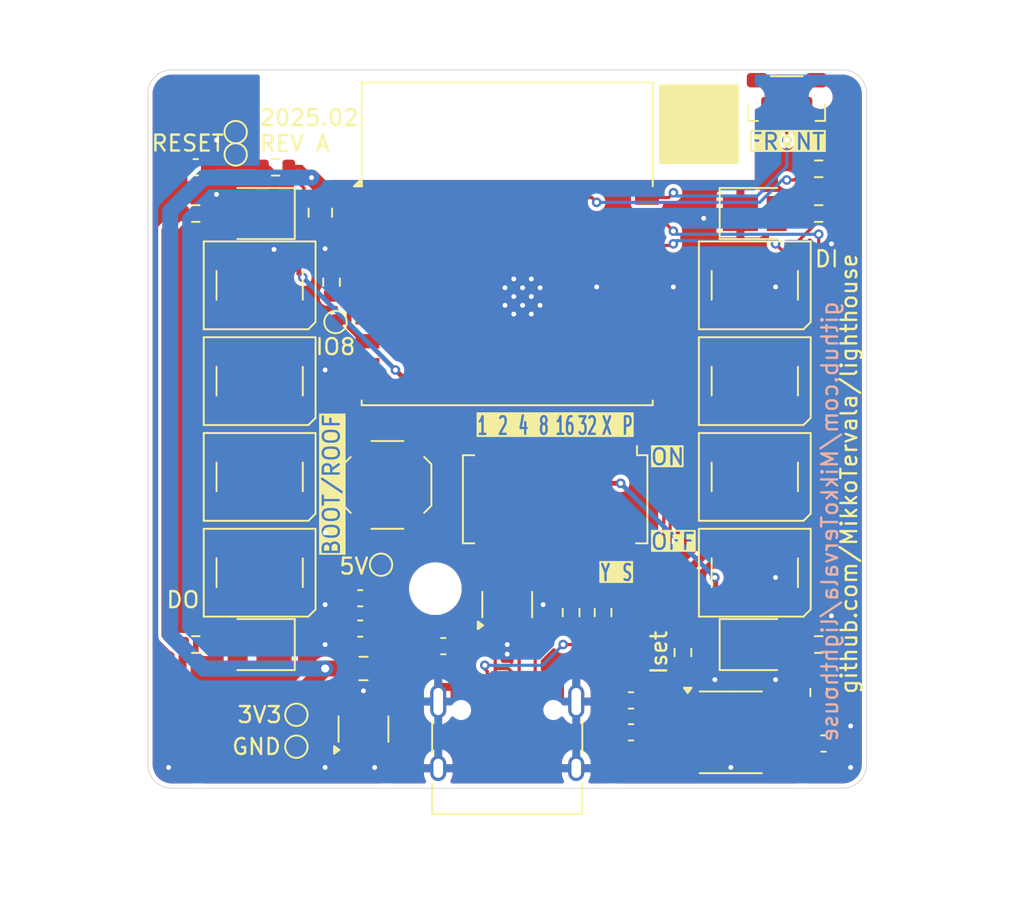
<source format=kicad_pcb>
(kicad_pcb (version 20240108) (generator "pcbnew") (generator_version "8.0")
  (layers (0 "F.Cu" signal) (31 "B.Cu" signal) (34 "B.Paste" user) (35 "F.Paste" user) (36 "B.SilkS" user "B.Silkscreen") (37 "F.SilkS" user "F.Silkscreen") (38 "B.Mask" user) (39 "F.Mask" user) (44 "Edge.Cuts" user))
  (net 0 "")
  (net 1 "GND")
  (net 2 "/EN")
  (net 3 "+5V")
  (net 4 "Net-(C7-Pad1)")
  (net 5 "GPIO8")
  (net 6 "Net-(D3-DOUT)")
  (net 7 "Net-(D4-DOUT)")
  (net 8 "Net-(D5-DOUT)")
  (net 9 "Net-(D2-DIN)")
  (net 10 "Net-(D7-A)")
  (net 11 "Net-(D8-A)")
  (net 12 "Net-(D9-A)")
  (net 13 "Net-(D10-A)")
  (net 14 "Net-(J1-CC1)")
  (net 16 "Net-(J1-CC2)")
  (net 18 "GPIO2")
  (net 19 "+3V3")
  (net 20 "Net-(U2-ISET)")
  (net 21 "/BOOT")
  (net 22 "GPIO10")
  (net 23 "GPIO4")
  (net 24 "GPIO0")
  (net 25 "GPIO6")
  (net 26 "GPIO5")
  (net 27 "GPIO1")
  (net 28 "GPIO3")
  (net 29 "USB_D-")
  (net 30 "USB_D+")
  (net 31 "RX{slash}20")
  (net 32 "TX{slash}21")
  (net 33 "GPIO7")
  (net 36 "/D+")
  (net 37 "/D-")
  (net 38 "Net-(D11-DIN)")
  (net 39 "Net-(D11-DOUT)")
  (net 40 "Net-(D12-DOUT)")
  (footprint "LED_SMD:LED_WS2812B_PLCC4_5.0x5.0mm_P3.2mm" (layer "F.Cu") (at 107 81.5)
    (property "Reference" "D13" (hide yes))
    (property "Value" "WS2812B")
  )
  (footprint "TestPoint:TestPoint_Pad_D1.0mm" (layer "F.Cu") (at 105.5 53.9)
    (property "Reference" "TP5" (hide yes))
    (property "Value" "GND" (hide yes))
  )
  (footprint "lighthouse_footprints:LED_PLCC_2835" (layer "F.Cu") (at 107 59 180)
    (property "Reference" "D10" (hide yes))
    (property "Value" "LED 0.5W 3000k")
  )
  (footprint "Resistor_SMD:R_0603_1608Metric" (layer "F.Cu") (at 108 56.1 180)
    (property "Reference" "R2" (hide yes))
    (property "Value" "10k")
  )
  (footprint "Package_SO:SOIC-8-1EP_3.9x4.9mm_P1.27mm_EP2.41x3.3mm" (layer "F.Cu") (at 136.5 91.5)
    (property "Reference" "U2" (hide yes))
    (property "Value" "CN5711")
  )
  (footprint "Package_TO_SOT_SMD:SOT-23-5" (layer "F.Cu") (at 113.5 91.3 90)
    (property "Reference" "U3" (hide yes))
    (property "Value" "AP2112K-3.3")
  )
  (footprint "lighthouse_footprints:SW_Push_1P1T_XKB_TS-1187A" (layer "F.Cu") (at 115 76 90)
    (property "Reference" "SW1" (hide yes))
    (property "Value" "BOOT/ROOF")
  )
  (footprint "lighthouse_footprints:MountingHole_2.7mm_M2.5" (layer "F.Cu") (at 118 82.5)
    (property "Reference" "H4" (hide yes))
    (property "Value" "MountingHole M2.5")
  )
  (footprint "Capacitor_SMD:C_0603_1608Metric" (layer "F.Cu") (at 130.25 91.5 180)
    (property "Reference" "C8" (hide yes))
    (property "Value" "2.2µf")
  )
  (footprint "Capacitor_SMD:C_0603_1608Metric" (layer "F.Cu") (at 142.3 92.2)
    (property "Reference" "C7" (hide yes))
    (property "Value" "220nf")
  )
  (footprint "LED_SMD:LED_WS2812B_PLCC4_5.0x5.0mm_P3.2mm" (layer "F.Cu") (at 138 75.5)
    (property "Reference" "D5" (hide yes))
    (property "Value" "WS2812B")
  )
  (footprint "Capacitor_SMD:C_0603_1608Metric" (layer "F.Cu") (at 103 56.1)
    (property "Reference" "C1" (hide yes))
    (property "Value" "1µF")
  )
  (footprint "lighthouse_footprints:LED_PLCC_2835" (layer "F.Cu") (at 138 86)
    (property "Reference" "D8" (hide yes))
    (property "Value" "LED 0.5W 3000k")
  )
  (footprint "Resistor_SMD:R_0603_1608Metric" (layer "F.Cu") (at 126.5 84 -90)
    (property "Reference" "R6" (hide yes))
    (property "Value" "5.1k")
  )
  (footprint "lighthouse_footprints:LED_PLCC_2835" (layer "F.Cu") (at 138 59)
    (property "Reference" "D7" (hide yes))
    (property "Value" "LED 0.5W 3000k")
  )
  (footprint "TestPoint:TestPoint_Pad_D1.0mm" (layer "F.Cu") (at 109.3 92.4)
    (property "Reference" "TP1" (hide yes))
    (property "Value" "GND")
  )
  (footprint "lighthouse_footprints:LED_PLCC_2835" (layer "F.Cu") (at 107 86 180)
    (property "Reference" "D9" (hide yes))
    (property "Value" "LED 0.5W 3000k")
  )
  (footprint "Resistor_SMD:R_0603_1608Metric" (layer "F.Cu") (at 133.5 86.5 90)
    (property "Reference" "R11" (hide yes))
    (property "Value" "3k")
  )
  (footprint "Capacitor_SMD:C_0805_2012Metric" (layer "F.Cu") (at 110.8 58.95 -90)
    (property "Reference" "C3" (hide yes))
    (property "Value" "10µf")
  )
  (footprint "Button_Switch_SMD:SW_DIP_SPSTx08_Slide_Copal_CHS-08A_W5.08mm_P1.27mm_JPin" (layer "F.Cu") (at 125.5 76.9 -90)
    (property "Reference" "SW4" (hide yes))
    (property "Value" "SW_DIP_x08")
  )
  (footprint "Capacitor_SMD:C_0603_1608Metric" (layer "F.Cu") (at 113.3 83.1 180)
    (property "Reference" "C4" (hide yes))
    (property "Value" "2.2µf")
  )
  (footprint "LED_SMD:LED_WS2812B_PLCC4_5.0x5.0mm_P3.2mm" (layer "F.Cu") (at 107 75.5)
    (property "Reference" "D12" (hide yes))
    (property "Value" "WS2812B")
  )
  (footprint "TestPoint:TestPoint_Pad_D1.0mm" (layer "F.Cu") (at 109.3 90.4 180)
    (property "Reference" "TP2" (hide yes))
    (property "Value" "3V3")
  )
  (footprint "Resistor_SMD:R_0603_1608Metric" (layer "F.Cu") (at 128.5 84 90)
    (property "Reference" "R5" (hide yes))
    (property "Value" "5.1k")
  )
  (footprint "Capacitor_SMD:C_0603_1608Metric" (layer "F.Cu") (at 113.3 85 180)
    (property "Reference" "C5" (hide yes))
    (property "Value" "2.2µf")
  )
  (footprint "LED_SMD:LED_WS2812B_PLCC4_5.0x5.0mm_P3.2mm" (layer "F.Cu") (at 107 63.5)
    (property "Reference" "D2" (hide yes))
    (property "Value" "WS2812B")
  )
  (footprint "Capacitor_SMD:C_0603_1608Metric" (layer "F.Cu") (at 130.25 89.5 180)
    (property "Reference" "C9" (hide yes))
    (property "Value" "2.2µf")
  )
  (footprint "TestPoint:TestPoint_Pad_D1.0mm" (layer "F.Cu") (at 114.6 81)
    (property "Reference" "TP6" (hide yes))
    (property "Value" "5V")
  )
  (footprint "LED_SMD:LED_WS2812B_PLCC4_5.0x5.0mm_P3.2mm" (layer "F.Cu") (at 107 69.5)
    (property "Reference" "D11" (hide yes))
    (property "Value" "WS2812B")
  )
  (footprint "LED_SMD:LED_WS2812B_PLCC4_5.0x5.0mm_P3.2mm" (layer "F.Cu") (at 138 69.5)
    (property "Reference" "D4" (hide yes))
    (property "Value" "WS2812B")
  )
  (footprint "Resistor_SMD:R_0603_1608Metric" (layer "F.Cu") (at 142 89 90)
    (property "Reference" "R13" (hide yes))
    (property "Value" "10k")
  )
  (footprint "lighthouse_footprints:SW_Push_1P1T-MP_NO_Horizontal_Alps_SKRTLAE010" (layer "F.Cu") (at 140 51.7 180)
    (property "Reference" "SW3" (hide yes))
    (property "Value" "FRONT")
  )
  (footprint "TestPoint:TestPoint_Pad_D1.0mm" (layer "F.Cu") (at 111.75 65.8)
    (property "Reference" "TP4" (hide yes))
    (property "Value" "IO8")
  )
  (footprint "Package_TO_SOT_SMD:SOT-23-6" (layer "F.Cu") (at 122.5 83.5 90)
    (property "Reference" "U4" (hide yes))
    (property "Value" "USBLC6-2SC6")
  )
  (footprint "LED_SMD:LED_WS2812B_PLCC4_5.0x5.0mm_P3.2mm" (layer "F.Cu") (at 138 81.5)
    (property "Reference" "D6" (hide yes))
    (property "Value" "WS2812B")
  )
  (footprint "Resistor_SMD:R_0603_1608Metric" (layer "F.Cu") (at 103 59 180)
    (property "Reference" "R10" (hide yes))
    (property "Value" "2")
  )
  (footprint "Capacitor_SMD:C_0805_2012Metric" (layer "F.Cu") (at 113.5 87.5)
    (property "Reference" "C6" (hide yes))
    (property "Value" "10µf")
  )
  (footprint "LED_SMD:LED_WS2812B_PLCC4_5.0x5.0mm_P3.2mm" (layer "F.Cu") (at 138 63.5)
    (property "Reference" "D3" (hide yes))
    (property "Value" "WS2812B")
  )
  (footprint "lighthouse_footprints:TestPoint_Pad_D1.0mm_no_court" (layer "F.Cu") (at 105.5 55.3)
    (property "Reference" "TP3" (hide yes))
    (property "Value" "RESET")
  )
  (footprint "Resistor_SMD:R_0603_1608Metric" (layer "F.Cu") (at 111.5 63.3 -90)
    (property "Reference" "R1" (hide yes))
    (property "Value" "10k")
  )
  (footprint "Resistor_SMD:R_0603_1608Metric" (layer "F.Cu") (at 142 56.2 180)
    (property "Reference" "R3" (hide yes))
    (property "Value" "10k")
  )
  (footprint "Resistor_SMD:R_0603_1608Metric" (layer "F.Cu") (at 103 86 180)
    (property "Reference" "R9" (hide yes))
    (property "Value" "2")
  )
  (footprint "Resistor_SMD:R_0603_1608Metric" (layer "F.Cu") (at 142 59)
    (property "Reference" "R7" (hide yes))
    (property "Value" "2")
  )
  (footprint "lighthouse_footprints:ESP32-C3-WROOM-02" (layer "F.Cu") (at 122.5 64)
    (property "Reference" "U1" (hide yes))
    (property "Value" "ESP32-C3-WROOM-02")
  )
  (footprint "Capacitor_SMD:C_0603_1608Metric" (layer "F.Cu") (at 118.5 86.1 180)
    (property "Reference" "C10" (hide yes))
    (property "Value" "220nf")
  )
  (footprint "lighthouse_footprints:USB_C_Receptacle_HRO_TYPE-C-31-M-12" (layer "F.Cu") (at 122.5 92.7)
    (property "Reference" "J1" (hide yes))
    (property "Value" "USB_C_Receptacle_USB2.0")
  )
  (footprint "Resistor_SMD:R_0603_1608Metric" (layer "F.Cu") (at 142 86)
    (property "Reference" "R8" (hide yes))
    (property "Value" "2")
  )
  (gr_arc (start 145 93.5) (mid 144.56066 94.56066) (end 143.5 95) (stroke (width 0.05)) (layer "Edge.Cuts"))
  (gr_line (start 101.5 50) (end 143.5 50) (stroke (width 0.05)) (layer "Edge.Cuts"))
  (gr_line (start 143.5 95) (end 101.5 95) (stroke (width 0.05)) (layer "Edge.Cuts"))
  (gr_arc (start 101.5 95) (mid 100.43934 94.56066) (end 100 93.5) (stroke (width 0.05)) (layer "Edge.Cuts"))
  (gr_line (start 100 93.5) (end 100 51.5) (stroke (width 0.05)) (layer "Edge.Cuts"))
  (gr_line (start 145 51.5) (end 145 93.5) (stroke (width 0.05)) (layer "Edge.Cuts"))
  (gr_arc (start 100 51.5) (mid 100.43934 50.43934) (end 101.5 50) (stroke (width 0.05)) (layer "Edge.Cuts"))
  (gr_arc (start 143.5 50) (mid 144.56066 50.43934) (end 145 51.5) (stroke (width 0.05)) (layer "Edge.Cuts"))
  (gr_text "github.com/MikkoTervala/lighthouse" (at 142.7 78.3 90) (layer "B.SilkS") (effects (font (size 1 1)) (justify mirror)))
  (gr_text "1  2  4  8    16  32   X  P" (at 125.5 72.3 0) (layer "F.SilkS" knockout) (effects (font (size 1.1 0.61) (thickness 0.15) (bold yes))))
  (gr_text "DO" (at 102.2 83.2 0) (layer "F.SilkS") (effects (font (size 1 1))))
  (gr_text "OFF" (at 131.4 79.55 0) (layer "F.SilkS" knockout) (effects (font (size 1 1)) (justify left)))
  (gr_text "ON" (at 131.4 74.25 0) (layer "F.SilkS" knockout) (effects (font (size 1 1)) (justify left)))
  (gr_text "2025.02\nREV A" (at 106.9 55.2 0) (layer "F.SilkS") (effects (font (size 1 1)) (justify left bottom)))
  (gr_text "github.com/MikkoTervala/lighthouse" (at 143.9 75.3 90) (layer "F.SilkS") (effects (font (size 1 1))))
  (gr_text "DI" (at 142.5 61.85 0) (layer "F.SilkS") (effects (font (size 1 1))))
  (gr_text "Y   S" (at 129.35 81.5 0) (layer "F.SilkS" knockout) (effects (font (size 1 0.61))))
  (segment (start 122.5 83.975001) (end 122.975001 83.5) (width 0.3) (layer "F.Cu") (net 1))
  (segment (start 141.125 52.5) (end 141.125 51.175) (width 0.5) (layer "F.Cu") (net 1))
  (segment (start 141.225 52.6) (end 141.125 52.5) (width 0.5) (layer "F.Cu") (net 1))
  (segment (start 138.875 52.5) (end 138.875 51.285786) (width 0.5) (layer "F.Cu") (net 1))
  (segment (start 141.125 51.175) (end 141.65 50.65) (width 0.5) (layer "F.Cu") (net 1))
  (segment (start 141.65 50.65) (end 141.85 50.65) (width 0.5) (layer "F.Cu") (net 1))
  (segment (start 122.5 84.6375) (end 122.5 83.975001) (width 0.3) (layer "F.Cu") (net 1))
  (segment (start 122.975001 83.5) (end 124.25 83.5) (width 0.3) (layer "F.Cu") (net 1))
  (segment (start 138.875 51.285786) (end 138.239214 50.65) (width 0.5) (layer "F.Cu") (net 1))
  (segment (start 138.239214 50.65) (end 138.15 50.65) (width 0.5) (layer "F.Cu") (net 1))
  (segment (start 138.775 52.6) (end 138.875 52.5) (width 0.5) (layer "F.Cu") (net 1))
  (via (at 114.2 93.7) (size 0.6) (drill 0.3) (layers "F.Cu" "B.Cu") (net 1))
  (via (at 122.5 86) (size 0.6) (drill 0.3) (layers "F.Cu" "B.Cu") (net 1))
  (via (at 144 91.1) (size 0.6) (drill 0.3) (layers "F.Cu" "B.Cu") (net 1))
  (via (at 122.5 86.6) (size 0.6) (drill 0.3) (layers "F.Cu" "B.Cu") (net 1))
  (via (at 136.5 93.7) (size 0.6) (drill 0.3) (layers "F.Cu" "B.Cu") (net 1))
  (via (at 139.3 63.6) (size 0.6) (drill 0.3) (layers "F.Cu" "B.Cu") (net 1))
  (via (at 113.5 88.9) (size 0.6) (drill 0.3) (layers "F.Cu" "B.Cu") (net 1))
  (via (at 128.1 63.6) (size 0.6) (drill 0.3) (layers "F.Cu" "B.Cu") (net 1))
  (via (at 104.3 54.4) (size 0.6) (drill 0.3) (layers "F.Cu" "B.Cu") (net 1))
  (via (at 111.1 61.2) (size 0.6) (drill 0.3) (layers "F.Cu" "B.Cu") (net 1))
  (via (at 134.8 59.3) (size 0.6) (drill 0.3) (layers "F.Cu" "B.Cu") (net 1))
  (via (at 104.3 57.8) (size 0.6) (drill 0.3) (layers "F.Cu" "B.Cu") (net 1))
  (via (at 144 93.7) (size 0.6) (drill 0.3) (layers "F.Cu" "B.Cu") (net 1))
  (via (at 139.3 81.8) (size 0.6) (drill 0.3) (layers "F.Cu" "B.Cu") (net 1))
  (via (at 101.3 93.7) (size 0.6) (drill 0.3) (layers "F.Cu" "B.Cu") (net 1))
  (via (at 111.1 86) (size 0.6) (drill 0.3) (layers "F.Cu" "B.Cu") (net 1))
  (via (at 107.9 61.25) (size 0.6) (drill 0.3) (layers "F.Cu" "B.Cu") (net 1))
  (via (at 111.1 93.7) (size 0.6) (drill 0.3) (layers "F.Cu" "B.Cu") (net 1))
  (via (at 135.5 88.2) (size 0.6) (drill 0.3) (layers "F.Cu" "B.Cu") (net 1))
  (via (at 139.3 88.2) (size 0.6) (drill 0.3) (layers "F.Cu" "B.Cu") (net 1))
  (via (at 111.1 68.8) (size 0.6) (drill 0.3) (layers "F.Cu" "B.Cu") (net 1))
  (via (at 124.75 83.5) (size 0.6) (drill 0.3) (layers "F.Cu" "B.Cu") (net 1))
  (via (at 142.8 60.9) (size 0.6) (drill 0.3) (layers "F.Cu" "B.Cu") (net 1))
  (via (at 142.8 84.2) (size 0.6) (drill 0.3) (layers "F.Cu" "B.Cu") (net 1))
  (via (at 111.1 83.5) (size 0.6) (drill 0.3) (layers "F.Cu" "B.Cu") (net 1))
  (via (at 132.9 63.6) (size 0.6) (drill 0.3) (layers "F.Cu" "B.Cu") (net 1))
  (via (at 111.1 79) (size 0.6) (drill 0.3) (layers "F.Cu" "B.Cu") (net 1))
  (segment (start 107.175 56.1) (end 107.6 56.1) (width 0.2) (layer "F.Cu") (net 2))
  (segment (start 103.775 56.1) (end 105.5 56.1) (width 0.3) (layer "F.Cu") (net 2))
  (segment (start 105.5 55.3) (end 105.5 56.1) (width 0.3) (layer "F.Cu") (net 2))
  (segment (start 109.775 57.40637) (end 109.775 58.484744) (width 0.2) (layer "F.Cu") (net 2))
  (segment (start 109.775 58.484744) (end 110.090256 58.8) (width 0.2) (layer "F.Cu") (net 2))
  (segment (start 109.24363 56.875) (end 109.775 57.40637) (width 0.2) (layer "F.Cu") (net 2))
  (segment (start 108.375 56.875) (end 109.24363 56.875) (width 0.2) (layer "F.Cu") (net 2))
  (segment (start 105.5 56.1) (end 107.175 56.1) (width 0.3) (layer "F.Cu") (net 2))
  (segment (start 113.05 58.8) (end 113.75 59.5) (width 0.2) (layer "F.Cu") (net 2))
  (segment (start 107.6 56.1) (end 108.375 56.875) (width 0.2) (layer "F.Cu") (net 2))
  (segment (start 110.090256 58.8) (end 113.05 58.8) (width 0.2) (layer "F.Cu") (net 2))
  (segment (start 135.55 67.85) (end 135.55 68.005634) (width 0.5) (layer "F.Cu") (net 3))
  (segment (start 114.45 92.4375) (end 114.45 91.375) (width 0.5) (layer "F.Cu") (net 3))
  (segment (start 112.55 91.775001) (end 113.000001 91.325) (width 0.5) (layer "F.Cu") (net 3))
  (segment (start 124.95 88.655) (end 124.95 89.443984) (width 0.3) (layer "F.Cu") (net 3))
  (segment (start 120.05 88.655) (end 120.05 86.875) (width 0.5) (layer "F.Cu") (net 3))
  (segment (start 112.55 92.4375) (end 112.55 91.775001) (width 0.5) (layer "F.Cu") (net 3))
  (segment (start 104.55 73.75) (end 102.8 72) (width 0.5) (layer "F.Cu") (net 3))
  (segment (start 120.05 86.875) (end 119.275 86.1) (width 0.5) (layer "F.Cu") (net 3))
  (segment (start 102.8 75.6) (end 104.55 73.85) (width 0.5) (layer "F.Cu") (net 3))
  (segment (start 131.025 92.225) (end 131.025 91.5) (width 0.5) (layer "F.Cu") (net 3))
  (segment (start 104.55 67.85) (end 102.8 66.1) (width 0.5) (layer "F.Cu") (net 3))
  (segment (start 116.2 91.55) (end 127.55 91.55) (width 0.5) (layer "F.Cu") (net 3))
  (segment (start 131.025 89.5) (end 131.025 84.175) (width 0.5) (layer "F.Cu") (net 3))
  (segment (start 122 83.5) (end 122.5 83) (width 0.5) (layer "F.Cu") (net 3))
  (segment (start 114.5 91.325) (end 115.975 91.325) (width 0.5) (layer "F.Cu") (net 3))
  (segment (start 133.8 69.755634) (end 133.8 72.1) (width 0.5) (layer "F.Cu") (net 3))
  (segment (start 135.35 79.85) (end 135.55 79.85) (width 0.5) (layer "F.Cu") (net 3))
  (segment (start 102.8 78.1) (end 102.8 75.6) (width 0.5) (layer "F.Cu") (net 3))
  (segment (start 102.8 66.1) (end 102.8 63.6) (width 0.5) (layer "F.Cu") (net 3))
  (segment (start 128.7 92.7) (end 130.55 92.7) (width 0.5) (layer "F.Cu") (net 3))
  (segment (start 114.45 91.375) (end 114.5 91.325) (width 0.5) (layer "F.Cu") (net 3))
  (segment (start 114.075 82.175) (end 114.075 83) (width 0.5) (layer "F.Cu") (net 3))
  (segment (start 133.8 75.6) (end 133.8 78.1) (width 0.5) (layer "F.Cu") (net 3))
  (segment (start 123.893984 90.5) (end 121.106016 90.5) (width 0.3) (layer "F.Cu") (net 3))
  (segment (start 115.975 91.325) (end 116.2 91.55) (width 0.5) (layer "F.Cu") (net 3))
  (segment (start 131.025 84.175) (end 135.35 79.85) (width 0.5) (layer "F.Cu") (net 3))
  (segment (start 104.55 79.85) (end 106.1 81.4) (width 0.5) (layer "F.Cu") (net 3))
  (segment (start 134.025 93.405) (end 134.025 92.135) (width 0.5) (layer "F.Cu") (net 3))
  (segment (start 114.8 85) (end 115.4 84.4) (width 0.5) (layer "F.Cu") (net 3))
  (segment (start 120.05 89.443984) (end 120.05 88.655) (width 0.3) (layer "F.Cu") (net 3))
  (segment (start 119.275 85.275) (end 119.275 85.6) (width 0.5) (layer "F.Cu") (net 3))
  (segment (start 118.4 84.4) (end 119.275 85.275) (width 0.5) (layer "F.Cu") (net 3))
  (segment (start 131.025 92.135) (end 134.025 92.135) (width 0.5) (layer "F.Cu") (net 3))
  (segment (start 121.106016 90.5) (end 120.05 89.443984) (width 0.3) (layer "F.Cu") (net 3))
  (segment (start 114.9 85) (end 114.075 85) (width 0.5) (layer "F.Cu") (net 3))
  (segment (start 119.275 85.6) (end 119.275 85.286158) (width 0.5) (layer "F.Cu") (net 3))
  (segment (start 133.8 66.1) (end 135.55 67.85) (width 0.5) (layer "F.Cu") (net 3))
  (segment (start 102.8 72) (end 102.8 69.6) (width 0.5) (layer "F.Cu") (net 3))
  (segment (start 106.1 81.4) (end 113.3 81.4) (width 0.5) (layer "F.Cu") (net 3))
  (segment (start 131.025 89.5) (end 131.025 91.5) (width 0.5) (layer "F.Cu") (net 3))
  (segment (start 135.55 61.85) (end 133.8 63.6) (width 0.5) (layer "F.Cu") (net 3))
  (segment (start 113.000001 91.325) (end 114.5 91.325) (width 0.5) (layer "F.Cu") (net 3))
  (segment (start 131.025 91.5) (end 131.025 92.135) (width 0.5) (layer "F.Cu") (net 3))
  (segment (start 119.275 86.1) (end 119.275 85.6) (width 0.5) (layer "F.Cu") (net 3))
  (segment (start 119.275 85.286158) (end 121.061158 83.5) (width 0.5) (layer "F.Cu") (net 3))
  (segment (start 115.975 86.075) (end 114.9 85) (width 0.5) (layer "F.Cu") (net 3))
  (segment (start 113.75 81.85) (end 114.075 82.175) (width 0.5) (layer "F.Cu") (net 3))
  (segment (start 130.55 92.7) (end 131.025 92.225) (width 0.5) (layer "F.Cu") (net 3))
  (segment (start 102.8 63.6) (end 104.55 61.85) (width 0.5) (layer "F.Cu") (net 3))
  (segment (start 133.8 63.6) (end 133.8 66.1) (width 0.5) (layer "F.Cu") (net 3))
  (segment (start 115.975 91.325) (end 115.975 86.075) (width 0.5) (layer "F.Cu") (net 3))
  (segment (start 114.075 83) (end 114.075 85) (width 0.5) (layer "F.Cu") (net 3))
  (segment (start 115.4 84.4) (end 118.4 84.4) (width 0.5) (layer "F.Cu") (net 3))
  (segment (start 135.55 68.005634) (end 133.8 69.755634) (width 0.5) (layer "F.Cu") (net 3))
  (segment (start 135.55 73.85) (end 133.8 75.6) (width 0.5) (layer "F.Cu") (net 3))
  (segment (start 124.95 89.443984) (end 123.893984 90.5) (width 0.3) (layer "F.Cu") (net 3))
  (segment (start 121.061158 83.5) (end 122 83.5) (width 0.5) (layer "F.Cu") (net 3))
  (segment (start 131.14 91.385) (end 131.025 91.5) (width 0.5) (layer "F.Cu") (net 3))
  (segment (start 114.6 81) (end 113.75 81.85) (width 0.5) (layer "F.Cu") (net 3))
  (segment (start 104.55 73.85) (end 104.55 73.75) (width 0.5) (layer "F.Cu") (net 3))
  (segment (start 113.3 81.4) (end 113.75 81.85) (width 0.5) (layer "F.Cu") (net 3))
  (segment (start 133.8 72.1) (end 135.55 73.85) (width 0.5) (layer "F.Cu") (net 3))
  (segment (start 102.8 69.6) (end 104.55 67.85) (width 0.5) (layer "F.Cu") (net 3))
  (segment (start 104.55 79.85) (end 102.8 78.1) (width 0.5) (layer "F.Cu") (net 3))
  (segment (start 133.8 78.1) (end 135.55 79.85) (width 0.5) (layer "F.Cu") (net 3))
  (segment (start 122.5 83) (end 122.5 82.3625) (width 0.5) (layer "F.Cu") (net 3))
  (segment (start 127.55 91.55) (end 128.7 92.7) (width 0.5) (layer "F.Cu") (net 3))
  (segment (start 143.5 90.2) (end 141.525 92.175) (width 0.5) (layer "F.Cu") (net 4))
  (segment (start 141.5 92.225) (end 141.525 92.2) (width 0.5) (layer "F.Cu") (net 4))
  (segment (start 103.5 94.45) (end 114.53995 94.45) (width 0.5) (layer "F.Cu") (net 4))
  (segment (start 141.5 93.55) (end 141.5 92.225) (width 0.5) (layer "F.Cu") (net 4))
  (segment (start 101.1 60.075) (end 102.175 59) (width 0.5) (layer "F.Cu") (net 4))
  (segment (start 102.175 93.125) (end 103.5 94.45) (width 0.5) (layer "F.Cu") (net 4))
  (segment (start 116.68995 92.3) (end 127.3 92.3) (width 0.5) (layer "F.Cu") (net 4))
  (segment (start 101.7 86) (end 101.1 85.4) (width 0.5) (layer "F.Cu") (net 4))
  (segment (start 114.53995 94.45) (end 116.68995 92.3) (width 0.5) (layer "F.Cu") (net 4))
  (segment (start 129.45 94.45) (end 140.6 94.45) (width 0.5) (layer "F.Cu") (net 4))
  (segment (start 142.825 86) (end 143.5 86.675) (width 0.5) (layer "F.Cu") (net 4))
  (segment (start 143.9 60.075) (end 142.825 59) (width 0.5) (layer "F.Cu") (net 4))
  (segment (start 140.6 94.45) (end 141.5 93.55) (width 0.5) (layer "F.Cu") (net 4))
  (segment (start 141.525 92.175) (end 141.525 92.2) (width 0.5) (layer "F.Cu") (net 4))
  (segment (start 143.5 86.675) (end 143.5 90.2) (width 0.5) (layer "F.Cu") (net 4))
  (segment (start 102.175 86) (end 102.175 93.125) (width 0.5) (layer "F.Cu") (net 4))
  (segment (start 141.525 92.2) (end 141.46 92.135) (width 0.5) (layer "F.Cu") (net 4))
  (segment (start 141.46 92.135) (end 138.975 92.135) (width 0.5) (layer "F.Cu") (net 4))
  (segment (start 102.175 86) (end 101.7 86) (width 0.5) (layer "F.Cu") (net 4))
  (segment (start 138.975 92.135) (end 138.975 93.405) (width 0.5) (layer "F.Cu") (net 4))
  (segment (start 127.3 92.3) (end 129.45 94.45) (width 0.5) (layer "F.Cu") (net 4))
  (segment (start 101.1 85.4) (end 101.1 60.075) (width 0.5) (layer "F.Cu") (net 4))
  (segment (start 142.825 86) (end 143.9 84.925) (width 0.5) (layer "F.Cu") (net 4))
  (segment (start 143.9 84.925) (end 143.9 60.075) (width 0.5) (layer "F.Cu") (net 4))
  (segment (start 113.45 67) (end 113.75 67) (width 0.3) (layer "F.Cu") (net 5))
  (segment (start 111.5 64.125) (end 111.725 64.125) (width 0.3) (layer "F.Cu") (net 5))
  (segment (start 111.75 65.8) (end 112.6 65.8) (width 0.3) (layer "F.Cu") (net 5))
  (segment (start 112.6 65.8) (end 112.6 66.15) (width 0.3) (layer "F.Cu") (net 5))
  (segment (start 112.6 65) (end 112.6 65.8) (width 0.3) (layer "F.Cu") (net 5))
  (segment (start 112.6 66.15) (end 113.45 67) (width 0.3) (layer "F.Cu") (net 5))
  (segment (start 111.725 64.125) (end 112.6 65) (width 0.3) (layer "F.Cu") (net 5))
  (segment (start 139.25 67.85) (end 140.45 67.85) (width 0.5) (layer "F.Cu") (net 6))
  (segment (start 135.55 65.15) (end 136.55 65.15) (width 0.5) (layer "F.Cu") (net 6))
  (segment (start 136.55 65.15) (end 139.25 67.85) (width 0.5) (layer "F.Cu") (net 6))
  (segment (start 135.55 71.15) (end 136.75 71.15) (width 0.5) (layer "F.Cu") (net 7))
  (segment (start 139.45 73.85) (end 140.45 73.85) (width 0.5) (layer "F.Cu") (net 7))
  (segment (start 136.75 71.15) (end 139.45 73.85) (width 0.5) (layer "F.Cu") (net 7))
  (segment (start 139.25 79.85) (end 140.45 79.85) (width 0.5) (layer "F.Cu") (net 8))
  (segment (start 136.55 77.15) (end 139.25 79.85) (width 0.5) (layer "F.Cu") (net 8))
  (segment (start 135.55 77.15) (end 136.55 77.15) (width 0.5) (layer "F.Cu") (net 8))
  (segment (start 135.5 81.8) (end 135.55 81.85) (width 0.3) (layer "F.Cu") (net 9))
  (segment (start 109.45 62.75) (end 109.45 61.85) (width 0.3) (layer "F.Cu") (net 9))
  (segment (start 115.5 68.8) (end 119.8 73.1) (width 0.3) (layer "F.Cu") (net 9))
  (segment (start 120.4 75.9) (end 129.6 75.9) (width 0.3) (layer "F.Cu") (net 9))
  (segment (start 135.55 81.85) (end 135.55 83.15) (width 0.3) (layer "F.Cu") (net 9))
  (segment (start 119.8 75.3) (end 120.4 75.9) (width 0.3) (layer "F.Cu") (net 9))
  (segment (start 119.8 73.1) (end 119.8 75.3) (width 0.3) (layer "F.Cu") (net 9))
  (segment (start 109.7 63) (end 109.45 62.75) (width 0.3) (layer "F.Cu") (net 9))
  (via (at 109.7 63) (size 0.6) (drill 0.3) (layers "F.Cu" "B.Cu") (net 9))
  (via (at 129.6 75.9) (size 0.6) (drill 0.3) (layers "F.Cu" "B.Cu") (net 9))
  (via (at 115.5 68.8) (size 0.6) (drill 0.3) (layers "F.Cu" "B.Cu") (net 9))
  (via (at 135.5 81.8) (size 0.6) (drill 0.3) (layers "F.Cu" "B.Cu") (net 9))
  (segment (start 135.5 81.8) (end 129.6 75.9) (width 0.3) (layer "B.Cu") (net 9))
  (segment (start 109.7 63) (end 115.5 68.8) (width 0.3) (layer "B.Cu") (net 9))
  (segment (start 141.175 59) (end 139.375 59) (width 0.5) (layer "F.Cu") (net 10))
  (segment (start 139.375 86) (end 141.175 86) (width 0.5) (layer "F.Cu") (net 11))
  (segment (start 103.825 86) (end 105.625 86) (width 0.5) (layer "F.Cu") (net 12))
  (segment (start 103.825 59) (end 105.625 59) (width 0.5) (layer "F.Cu") (net 13))
  (segment (start 121.1 87.3) (end 121.1 87.53) (width 0.2) (layer "F.Cu") (net 14))
  (segment (start 127.325 86) (end 128.5 84.825) (width 0.2) (layer "F.Cu") (net 14))
  (segment (start 126 86) (end 127.325 86) (width 0.2) (layer "F.Cu") (net 14))
  (segment (start 121.25 87.68) (end 121.25 88.655) (width 0.2) (layer "F.Cu") (net 14))
  (segment (start 121.1 87.53) (end 121.25 87.68) (width 0.2) (layer "F.Cu") (net 14))
  (via (at 121.1 87.3) (size 0.6) (drill 0.3) (layers "F.Cu" "B.Cu") (net 14))
  (via (at 126 86) (size 0.6) (drill 0.3) (layers "F.Cu" "B.Cu") (net 14))
  (segment (start 124.7 87.3) (end 121.1 87.3) (width 0.2) (layer "B.Cu") (net 14))
  (segment (start 126 86) (end 124.7 87.3) (width 0.2) (layer "B.Cu") (net 14))
  (segment (start 126.5 84.825) (end 126.275 84.825) (width 0.2) (layer "F.Cu") (net 16))
  (segment (start 126.275 84.825) (end 124.25 86.85) (width 0.2) (layer "F.Cu") (net 16))
  (segment (start 124.25 86.85) (end 124.25 88.655) (width 0.2) (layer "F.Cu") (net 16))
  (segment (start 140.45 61.85) (end 140.45 61.001471) (width 0.2) (layer "F.Cu") (net 18))
  (segment (start 139.3 60.9) (end 140.25 61.85) (width 0.2) (layer "F.Cu") (net 18))
  (segment (start 132.8 61) (end 131.25 61) (width 0.2) (layer "F.Cu") (net 18))
  (segment (start 132.9 60.9) (end 132.8 61) (width 0.2) (layer "F.Cu") (net 18))
  (segment (start 142 57.025) (end 142.825 56.2) (width 0.2) (layer "F.Cu") (net 18))
  (segment (start 140.45 61.001471) (end 142 59.451471) (width 0.2) (layer "F.Cu") (net 18))
  (segment (start 140.25 61.85) (end 140.45 61.85) (width 0.2) (layer "F.Cu") (net 18))
  (segment (start 142 59.451471) (end 142 57.025) (width 0.2) (layer "F.Cu") (net 18))
  (via (at 139.3 60.9) (size 0.6) (drill 0.3) (layers "F.Cu" "B.Cu") (net 18))
  (via (at 132.9 60.9) (size 0.6) (drill 0.3) (layers "F.Cu" "B.Cu") (net 18))
  (segment (start 132.9 60.9) (end 133.1 60.7) (width 0.2) (layer "B.Cu") (net 18))
  (segment (start 133.1 60.7) (end 139.1 60.7) (width 0.2) (layer "B.Cu") (net 18))
  (segment (start 139.1 60.7) (end 139.3 60.9) (width 0.2) (layer "B.Cu") (net 18))
  (segment (start 110.25 56.75) (end 109.6 56.1) (width 0.3) (layer "F.Cu") (net 19))
  (segment (start 114.2 58) (end 113.75 58) (width 0.2) (layer "F.Cu") (net 19))
  (segment (start 114.8 60.25) (end 115 60.05) (width 0.2) (layer "F.Cu") (net 19))
  (segment (start 109.3 89.3) (end 111.1 87.5) (width 1) (layer "F.Cu") (net 19))
  (segment (start 109.6 56.1) (end 108.825 56.1) (width 0.3) (layer "F.Cu") (net 19))
  (segment (start 109.3 90.4) (end 109.3 89.3) (width 1) (layer "F.Cu") (net 19))
  (segment (start 112.55 87.5) (end 112.55 90.3625) (width 0.5) (layer "F.Cu") (net 19))
  (segment (start 112.85 60.25) (end 114.8 60.25) (width 0.2) (layer "F.Cu") (net 19))
  (segment (start 110.8 58) (end 113.75 58) (width 1) (layer "F.Cu") (net 19))
  (segment (start 128.1 58.3) (end 127.8 58) (width 0.2) (layer "F.Cu") (net 19))
  (segment (start 127.8 58) (end 113.75 58) (width 0.2) (layer "F.Cu") (net 19))
  (segment (start 140 56.9) (end 140.475 56.9) (width 0.2) (layer "F.Cu") (net 19))
  (segment (start 110.25 56.75) (end 110.8 57.3) (width 1) (layer "F.Cu") (net 19))
  (segment (start 112.6 61.375) (end 112.6 60.5) (width 0.2) (layer "F.Cu") (net 19))
  (segment (start 111.5 62.475) (end 112.6 61.375) (width 0.2) (layer "F.Cu") (net 19))
  (segment (start 110.8 57.3) (end 110.8 58) (width 1) (layer "F.Cu") (net 19))
  (segment (start 112.55 87.5) (end 111.1 87.5) (width 1) (layer "F.Cu") (net 19))
  (segment (start 115 58.8) (end 114.2 58) (width 0.2) (layer "F.Cu") (net 19))
  (segment (start 140.475 56.9) (end 141.175 56.2) (width 0.2) (layer "F.Cu") (net 19))
  (segment (start 112.6 60.5) (end 112.85 60.25) (width 0.2) (layer "F.Cu") (net 19))
  (segment (start 115 60.05) (end 115 58.8) (width 0.2) (layer "F.Cu") (net 19))
  (via (at 111.1 87.5) (size 0.8) (drill 0.5) (layers "F.Cu" "B.Cu") (net 19))
  (via (at 110.25 56.75) (size 0.6) (drill 0.3) (layers "F.Cu" "B.Cu") (net 19))
  (via (at 140 56.9) (size 0.6) (drill 0.3) (layers "F.Cu" "B.Cu") (net 19))
  (via (at 128.1 58.3) (size 0.6) (drill 0.3) (layers "F.Cu" "B.Cu") (net 19))
  (segment (start 101.4 85.4) (end 103.5 87.5) (width 1) (layer "B.Cu") (net 19))
  (segment (start 140 56.9) (end 139.715686 56.9) (width 0.2) (layer "B.Cu") (net 19))
  (segment (start 101.4 58.85) (end 101.4 85.4) (width 1) (layer "B.Cu") (net 19))
  (segment (start 103.5 87.5) (end 111.1 87.5) (width 1) (layer "B.Cu") (net 19))
  (segment (start 103.5 56.75) (end 101.4 58.85) (width 1) (layer "B.Cu") (net 19))
  (segment (start 138.315686 58.3) (end 128.1 58.3) (width 0.2) (layer "B.Cu") (net 19))
  (segment (start 139.715686 56.9) (end 138.315686 58.3) (width 0.2) (layer "B.Cu") (net 19))
  (segment (start 110.25 56.75) (end 103.5 56.75) (width 1) (layer "B.Cu") (net 19))
  (segment (start 133.5 87.325) (end 133.5 89.07) (width 0.5) (layer "F.Cu") (net 20))
  (segment (start 133.5 89.07) (end 134.025 89.595) (width 0.5) (layer "F.Cu") (net 20))
  (segment (start 114.275 68.5) (end 116.875 71.1) (width 0.3) (layer "F.Cu") (net 21))
  (segment (start 116.875 73) (end 116.875 79) (width 0.3) (layer "F.Cu") (net 21))
  (segment (start 116.875 71.1) (end 116.875 73) (width 0.3) (layer "F.Cu") (net 21))
  (segment (start 113.75 68.5) (end 114.275 68.5) (width 0.3) (layer "F.Cu") (net 21))
  (segment (start 129.945 70.755) (end 130.7 70) (width 0.3) (layer "F.Cu") (net 22))
  (segment (start 130.7 70) (end 131.25 70) (width 0.3) (layer "F.Cu") (net 22))
  (segment (start 129.945 74.36) (end 129.945 70.755) (width 0.3) (layer "F.Cu") (net 22))
  (segment (start 115.7 61.007106) (end 124.865 70.172106) (width 0.3) (layer "F.Cu") (net 23))
  (segment (start 113.75 61) (end 115.7 61) (width 0.3) (layer "F.Cu") (net 23))
  (segment (start 115.7 61) (end 115.7 61.007106) (width 0.3) (layer "F.Cu") (net 23))
  (segment (start 124.865 70.172106) (end 124.865 74.36) (width 0.3) (layer "F.Cu") (net 23))
  (segment (start 140 54.4) (end 140 52.6) (width 0.2) (layer "F.Cu") (net 24))
  (segment (start 132.904289 57.7) (end 132.604289 58) (width 0.2) (layer "F.Cu") (net 24))
  (segment (start 132.604289 58) (end 131.25 58) (width 0.2) (layer "F.Cu") (net 24))
  (via (at 132.904289 57.7) (size 0.6) (drill 0.3) (layers "F.Cu" "B.Cu") (net 24))
  (via (at 140 54.4) (size 0.6) (drill 0.3) (layers "F.Cu" "B.Cu") (net 24))
  (segment (start 132.904289 57.7) (end 133.104289 57.9) (width 0.2) (layer "B.Cu") (net 24))
  (segment (start 140 56.05) (end 140 54.4) (width 0.2) (layer "B.Cu") (net 24))
  (segment (start 138.15 57.9) (end 140 56.05) (width 0.2) (layer "B.Cu") (net 24))
  (segment (start 133.104289 57.9) (end 138.15 57.9) (width 0.2) (layer "B.Cu") (net 24))
  (segment (start 117.278682 64) (end 122.325 69.046318) (width 0.3) (layer "F.Cu") (net 25))
  (segment (start 122.325 69.046318) (end 122.325 74.36) (width 0.3) (layer "F.Cu") (net 25))
  (segment (start 113.75 64) (end 117.278682 64) (width 0.3) (layer "F.Cu") (net 25))
  (segment (start 113.75 62.5) (end 116.485788 62.5) (width 0.3) (layer "F.Cu") (net 26))
  (segment (start 123.595 69.609212) (end 123.595 74.36) (width 0.3) (layer "F.Cu") (net 26))
  (segment (start 116.485788 62.5) (end 123.595 69.609212) (width 0.3) (layer "F.Cu") (net 26))
  (segment (start 142 86.631324) (end 142.9 87.531324) (width 0.2) (layer "F.Cu") (net 27))
  (segment (start 138.975 89.595) (end 141.77 89.595) (width 0.3) (layer "F.Cu") (net 27))
  (segment (start 142 60.3) (end 142 61.248529) (width 0.2) (layer "F.Cu") (net 27))
  (segment (start 132.300003 59.5) (end 131.25 59.5) (width 0.2) (layer "F.Cu") (net 27))
  (segment (start 141.77 89.595) (end 142 89.825) (width 0.2) (layer "F.Cu") (net 27))
  (segment (start 142.4 61.648529) (end 142.4 83.6) (width 0.2) (layer "F.Cu") (net 27))
  (segment (start 142 84) (end 142 86.631324) (width 0.2) (layer "F.Cu") (net 27))
  (segment (start 142.9 88.925) (end 142 89.825) (width 0.2) (layer "F.Cu") (net 27))
  (segment (start 142.4 83.6) (end 142 84) (width 0.2) (layer "F.Cu") (net 27))
  (segment (start 132.9 60.099997) (end 132.300003 59.5) (width 0.2) (layer "F.Cu") (net 27))
  (segment (start 142.9 87.531324) (end 142.9 88.925) (width 0.2) (layer "F.Cu") (net 27))
  (segment (start 142 61.248529) (end 142.4 61.648529) (width 0.2) (layer "F.Cu") (net 27))
  (via (at 142 60.3) (size 0.6) (drill 0.3) (layers "F.Cu" "B.Cu") (net 27))
  (via (at 132.9 60.099997) (size 0.6) (drill 0.3) (layers "F.Cu" "B.Cu") (net 27))
  (segment (start 133.100003 60.3) (end 142 60.3) (width 0.2) (layer "B.Cu") (net 27))
  (segment (start 132.9 60.099997) (end 133.100003 60.3) (width 0.2) (layer "B.Cu") (net 27))
  (segment (start 126.135 64.465) (end 128.1 62.5) (width 0.3) (layer "F.Cu") (net 28))
  (segment (start 126.135 74.36) (end 126.135 64.465) (width 0.3) (layer "F.Cu") (net 28))
  (segment (start 128.1 62.5) (end 131.25 62.5) (width 0.3) (layer "F.Cu") (net 28))
  (segment (start 131 80.9) (end 122.2 80.9) (width 0.2) (layer "F.Cu") (net 29))
  (segment (start 132.3 79.6) (end 131 80.9) (width 0.2) (layer "F.Cu") (net 29))
  (segment (start 132.3 66.1) (end 132.3 79.6) (width 0.2) (layer "F.Cu") (net 29))
  (segment (start 121.55 81.55) (end 121.55 82.3625) (width 0.2) (layer "F.Cu") (net 29))
  (segment (start 122.2 80.9) (end 121.55 81.55) (width 0.2) (layer "F.Cu") (net 29))
  (segment (start 131.25 65.5) (end 131.7 65.5) (width 0.2) (layer "F.Cu") (net 29))
  (segment (start 131.7 65.5) (end 132.3 66.1) (width 0.2) (layer "F.Cu") (net 29))
  (segment (start 131.7 64) (end 131.25 64) (width 0.2) (layer "F.Cu") (net 30))
  (segment (start 123.45 81.55) (end 123.7 81.3) (width 0.2) (layer "F.Cu") (net 30))
  (segment (start 132.7 65) (end 131.7 64) (width 0.2) (layer "F.Cu") (net 30))
  (segment (start 123.45 82.3625) (end 123.45 81.55) (width 0.2) (layer "F.Cu") (net 30))
  (segment (start 123.7 81.3) (end 131.165686 81.3) (width 0.2) (layer "F.Cu") (net 30))
  (segment (start 132.7 79.765686) (end 132.7 65) (width 0.2) (layer "F.Cu") (net 30))
  (segment (start 131.165686 81.3) (end 132.7 79.765686) (width 0.2) (layer "F.Cu") (net 30))
  (segment (start 128.675 74.36) (end 128.675 70.775) (width 0.3) (layer "F.Cu") (net 31))
  (segment (start 130.95 68.5) (end 131.25 68.5) (width 0.3) (layer "F.Cu") (net 31))
  (segment (start 128.675 70.775) (end 130.95 68.5) (width 0.3) (layer "F.Cu") (net 31))
  (segment (start 127.405 70.52) (end 130.925 67) (width 0.3) (layer "F.Cu") (net 32))
  (segment (start 130.925 67) (end 131.25 67) (width 0.3) (layer "F.Cu") (net 32))
  (segment (start 127.405 74.36) (end 127.405 70.52) (width 0.3) (layer "F.Cu") (net 32))
  (segment (start 113.75 65.5) (end 118.071576 65.5) (width 0.3) (layer "F.Cu") (net 33))
  (segment (start 118.071576 65.5) (end 121.055 68.483424) (width 0.3) (layer "F.Cu") (net 33))
  (segment (start 121.055 68.483424) (end 121.055 74.36) (width 0.3) (layer "F.Cu") (net 33))
  (segment (start 123.25 86.75) (end 123.45 86.55) (width 0.2) (layer "F.Cu") (net 36))
  (segment (start 122.45 89.8) (end 123.05 89.8) (width 0.2) (layer "F.Cu") (net 36))
  (segment (start 123.05 89.8) (end 123.25 89.6) (width 0.2) (layer "F.Cu") (net 36))
  (segment (start 122.25 88.655) (end 122.25 89.6) (width 0.2) (layer "F.Cu") (net 36))
  (segment (start 123.25 88.655) (end 123.25 86.75) (width 0.2) (layer "F.Cu") (net 36))
  (segment (start 123.45 86.55) (end 123.45 84.6375) (width 0.2) (layer "F.Cu") (net 36))
  (segment (start 122.25 89.6) (end 122.45 89.8) (width 0.2) (layer "F.Cu") (net 36))
  (segment (start 123.25 89.6) (end 123.25 88.655) (width 0.2) (layer "F.Cu") (net 36))
  (segment (start 122.75 88.655) (end 122.75 87.68) (width 0.2) (layer "F.Cu") (net 37))
  (segment (start 121.55 86.55) (end 121.55 84.6375) (width 0.2) (layer "F.Cu") (net 37))
  (segment (start 121.75 88.655) (end 121.75 86.75) (width 0.2) (layer "F.Cu") (net 37))
  (segment (start 122.57 87.5) (end 121.75 87.5) (width 0.2) (layer "F.Cu") (net 37))
  (segment (start 121.75 86.75) (end 121.55 86.55) (width 0.2) (layer "F.Cu") (net 37))
  (segment (start 121.75 87.5) (end 121.75 88.655) (width 0.2) (layer "F.Cu") (net 37))
  (segment (start 122.75 87.68) (end 122.57 87.5) (width 0.2) (layer "F.Cu") (net 37))
  (segment (start 108.25 67.85) (end 109.45 67.85) (width 0.5) (layer "F.Cu") (net 38))
  (segment (start 105.55 65.15) (end 108.25 67.85) (width 0.5) (layer "F.Cu") (net 38))
  (segment (start 104.55 65.15) (end 105.55 65.15) (width 0.5) (layer "F.Cu") (net 38))
  (segment (start 104.55 71.15) (end 105.65 71.15) (width 0.5) (layer "F.Cu") (net 39))
  (segment (start 105.65 71.15) (end 108.35 73.85) (width 0.5) (layer "F.Cu") (net 39))
  (segment (start 108.35 73.85) (end 109.45 73.85) (width 0.5) (layer "F.Cu") (net 39))
  (segment (start 108.15 79.85) (end 109.45 79.85) (width 0.5) (layer "F.Cu") (net 40))
  (segment (start 104.55 77.15) (end 105.45 77.15) (width 0.5) (layer "F.Cu") (net 40))
  (segment (start 105.45 77.15) (end 108.15 79.85) (width 0.5) (layer "F.Cu") (net 40))
  (zone (net 1) (net_name "GND") (layers "F&B.Cu") (connect_pads (clearance 0.25)) (min_thickness 0.25) (fill yes (thermal_gap 0.4) (thermal_bridge_width 0.5))
    (polygon (pts (xy 100 50) (xy 100 95) (xy 145 95) (xy 145 50)))
  )
  (zone (net 0) (net_name "") (layers "F&B.Cu") (connect_pads (clearance 0)) (min_thickness 0.25)
    (keepout (tracks allowed) (vias allowed) (pads allowed) (copperpour not_allowed) (footprints allowed))
    (fill (thermal_gap 0.4) (thermal_bridge_width 0.5))
    (polygon (pts (xy 132.5 56.9) (xy 138 56.9) (xy 138 49) (xy 132.5 49)))
  )
  (zone (net 0) (net_name "") (layers "F&B.Cu") (connect_pads (clearance 0)) (min_thickness 0.25)
    (keepout (tracks allowed) (vias allowed) (pads allowed) (copperpour not_allowed) (footprints allowed))
    (fill (thermal_gap 0.4) (thermal_bridge_width 0.5))
    (polygon (pts (xy 112.5 56.9) (xy 107 56.9) (xy 107 49) (xy 112.5 49)))
  )
  (zone (net 0) (net_name "") (layer "F.SilkS") (connect_pads (clearance 0)) (min_thickness 0.25) (fill yes (thermal_gap 0.5) (thermal_bridge_width 0.5))
    (polygon (pts (xy 132 50.9) (xy 132 55.9) (xy 137 55.9) (xy 137 50.9)))
  )
)
</source>
